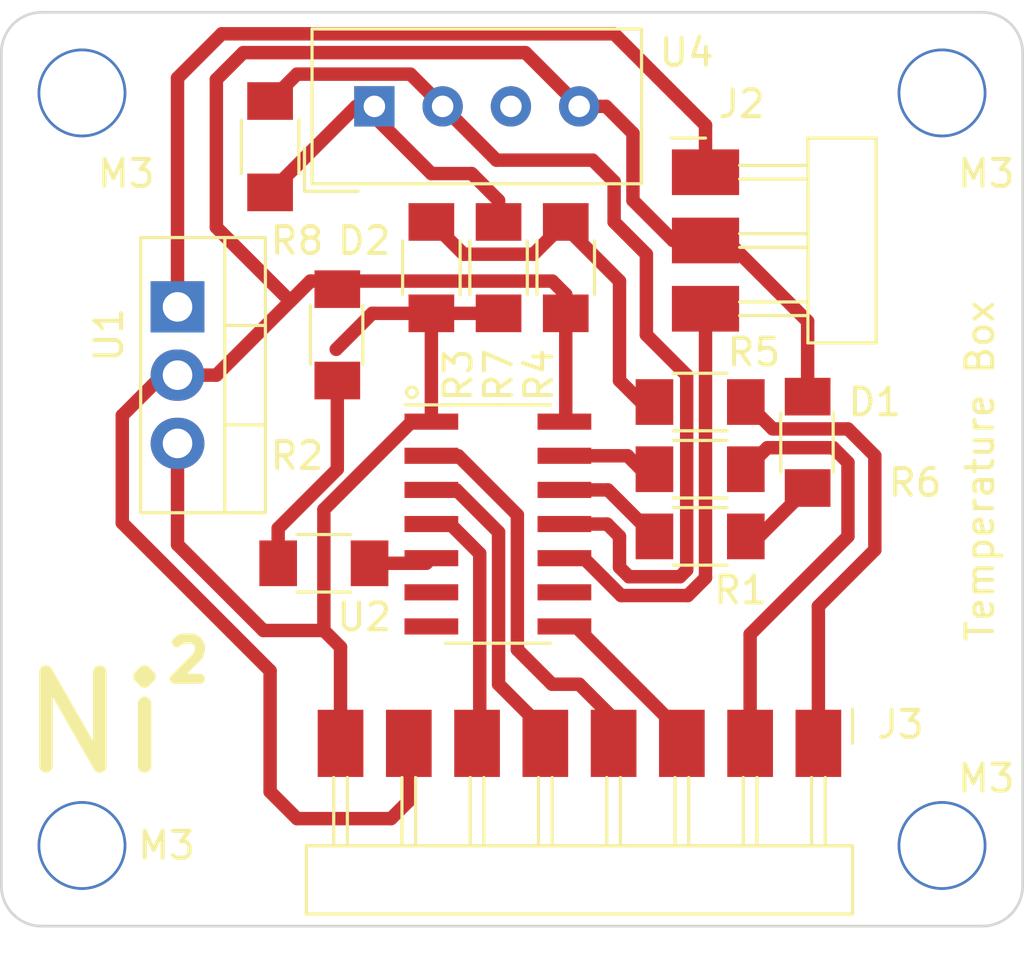
<source format=kicad_pcb>
(kicad_pcb (version 20240108) (generator "pcbnew") (generator_version "8.0")
  (layers (0 "F.Cu" signal) (31 "B.Cu" signal) (34 "B.Paste" user) (35 "F.Paste" user) (36 "B.SilkS" user "B.Silkscreen") (37 "F.SilkS" user "F.Silkscreen") (38 "B.Mask" user) (39 "F.Mask" user) (44 "Edge.Cuts" user))
  (net 0 "")
  (net 1 "Net-(J2-Pin_1)")
  (net 2 "Net-(D1-K)")
  (net 3 "Net-(J3-Pin_8)")
  (net 5 "Net-(U2-DH11{slash}PA1)")
  (net 6 "Net-(D1-A)")
  (net 7 "Net-(D2-A)")
  (net 8 "Net-(J2-Pin_3)")
  (net 9 "Net-(J3-Pin_6)")
  (net 10 "Net-(J3-Pin_1)")
  (net 11 "Net-(J3-Pin_5)")
  (net 12 "Net-(J3-Pin_4)")
  (net 13 "Net-(J3-Pin_3)")
  (net 14 "Net-(J3-Pin_2)")
  (net 15 "Net-(U2-IND1{slash}PA2)")
  (net 16 "Net-(U2-IND2{slash}PA7)")
  (net 20 "Net-(R3-Pad2)")
  (net 21 "Net-(U2-SCK{slash}PA3)")
  (net 22 "Net-(U4-VCC)")
  (footprint "fab:R_1206" (layer "F.Cu") (at 183 97.5 -90)
    (property "Reference" "R4" (at 4 1 90) (layer "F.SilkS"))
    (property "Value" "R_1206 640Ω")
    (fp_line (start 1 1.07) (end -1 1.07) (stroke (width 0.12)) (layer "F.SilkS"))
    (fp_line (start -1 -1.07) (end 1 -1.07) (stroke (width 0.12)) (layer "F.SilkS"))
    (pad "1" smd rect (at -1.7 0 270) (size 1.4 1.7) (layers "F.Cu" "F.Paste" "F.Mask") (net 20 "Net-(R3-Pad2)"))
    (pad "2" smd rect (at 1.7 0 270) (size 1.4 1.7) (layers "F.Cu" "F.Paste" "F.Mask") (net 2 "Net-(D1-K)"))
  )
  (footprint "fab:R_1206" (layer "F.Cu") (at 188 107.5 180)
    (property "Reference" "R1" (at -1.5 -2 0) (layer "F.SilkS"))
    (property "Value" "R_1206 330Ω")
    (fp_line (start 1 1.07) (end -1 1.07) (stroke (width 0.12)) (layer "F.SilkS"))
    (fp_line (start -1 -1.07) (end 1 -1.07) (stroke (width 0.12)) (layer "F.SilkS"))
    (pad "1" smd rect (at -1.7 0 180) (size 1.4 1.7) (layers "F.Cu" "F.Paste" "F.Mask") (net 6 "Net-(D1-A)"))
    (pad "2" smd rect (at 1.7 0 180) (size 1.4 1.7) (layers "F.Cu" "F.Paste" "F.Mask") (net 15 "Net-(U2-IND1{slash}PA2)"))
  )
  (footprint "fab:LED_1206" (layer "F.Cu") (at 192 104 -90)
    (property "Reference" "D1" (at -1.5 -2.5 180) (layer "F.SilkS"))
    (property "Value" "LED_1206")
    (fp_line (start -1.1 1) (end 1.1 1) (stroke (width 0.12)) (layer "F.SilkS"))
    (fp_line (start -1.1 -0.95) (end 1.1 -0.95) (stroke (width 0.12)) (layer "F.SilkS"))
    (pad "1" smd rect (at -1.7 0 270) (size 1.4 1.7) (layers "F.Cu" "F.Paste" "F.Mask") (net 2 "Net-(D1-K)"))
    (pad "2" smd rect (at 1.7 0 270) (size 1.4 1.7) (layers "F.Cu" "F.Paste" "F.Mask") (net 6 "Net-(D1-A)"))
  )
  (footprint "fab:MountingHole_M3" (layer "F.Cu") (at 197 119)
    (property "Reference" "H3" (hide yes))
    (property "Value" "~" (hide yes))
    (fp_text user "M3" (at 0.5 -2.5 0) (layer "F.SilkS") (effects (font (thickness 0.15) (bold yes)) (justify left)))
    (pad "" thru_hole circle (at 0 0) (size 3.3 3.3) (drill 3.1) (layers "*.Cu" "*.Mask"))
  )
  (footprint "fab:R_1206" (layer "F.Cu") (at 188 105)
    (property "Reference" "R6" (at 8 0.5 180) (layer "F.SilkS"))
    (property "Value" "R_1206 0Ω")
    (fp_line (start -1 -1.07) (end 1 -1.07) (stroke (width 0.12)) (layer "F.SilkS"))
    (fp_line (start 1 1.07) (end -1 1.07) (stroke (width 0.12)) (layer "F.SilkS"))
    (pad "1" smd rect (at -1.7 0) (size 1.4 1.7) (layers "F.Cu" "F.Paste" "F.Mask") (net 21 "Net-(U2-SCK{slash}PA3)"))
    (pad "2" smd rect (at 1.7 0) (size 1.4 1.7) (layers "F.Cu" "F.Paste" "F.Mask") (net 14 "Net-(J3-Pin_2)"))
  )
  (footprint "fab:LED_1206" (layer "F.Cu") (at 174.5 100 -90)
    (property "Reference" "D2" (at -3.5 -1 180) (layer "F.SilkS"))
    (property "Value" "LED_1206")
    (fp_line (start -1.1 1) (end 1.1 1) (stroke (width 0.12)) (layer "F.SilkS"))
    (fp_line (start -1.1 -0.95) (end 1.1 -0.95) (stroke (width 0.12)) (layer "F.SilkS"))
    (pad "1" smd rect (at -1.7 0 270) (size 1.4 1.7) (layers "F.Cu" "F.Paste" "F.Mask") (net 2 "Net-(D1-K)"))
    (pad "2" smd rect (at 1.7 0 270) (size 1.4 1.7) (layers "F.Cu" "F.Paste" "F.Mask") (net 7 "Net-(D2-A)"))
  )
  (footprint "fab:R_1206" (layer "F.Cu") (at 172 93 90)
    (property "Reference" "R8" (at -3.5 1 180) (layer "F.SilkS"))
    (property "Value" "R_1206 4.7kΩ")
    (fp_line (start -1 -1.07) (end 1 -1.07) (stroke (width 0.12)) (layer "F.SilkS"))
    (fp_line (start 1 1.07) (end -1 1.07) (stroke (width 0.12)) (layer "F.SilkS"))
    (pad "1" smd rect (at -1.7 0 90) (size 1.4 1.7) (layers "F.Cu" "F.Paste" "F.Mask") (net 22 "Net-(U4-VCC)"))
    (pad "2" smd rect (at 1.7 0 90) (size 1.4 1.7) (layers "F.Cu" "F.Paste" "F.Mask") (net 5 "Net-(U2-DH11{slash}PA1)"))
  )
  (footprint "fab:R_1206" (layer "F.Cu") (at 180.5 97.5 -90)
    (property "Reference" "R7" (at 4 0 -90) (layer "F.SilkS"))
    (property "Value" "R_1206 0Ω")
    (fp_line (start 1 1.07) (end -1 1.07) (stroke (width 0.12)) (layer "F.SilkS"))
    (fp_line (start -1 -1.07) (end 1 -1.07) (stroke (width 0.12)) (layer "F.SilkS"))
    (pad "1" smd rect (at -1.7 0 270) (size 1.4 1.7) (layers "F.Cu" "F.Paste" "F.Mask") (net 22 "Net-(U4-VCC)"))
    (pad "2" smd rect (at 1.7 0 270) (size 1.4 1.7) (layers "F.Cu" "F.Paste" "F.Mask") (net 3 "Net-(J3-Pin_8)"))
  )
  (footprint "fab:PinHeader_1x08_P2.54mm_Horizontal_SMD" (layer "F.Cu") (at 192.4 115.2 -90)
    (property "Reference" "J3" (at -0.7 -2.1 180) (layer "F.SilkS") (effects (justify left)))
    (property "Value" "1x8 Male Horizontal")
    (fp_line (start 3.81 19.05) (end 3.81 -1.27) (stroke (width 0.12)) (layer "F.SilkS"))
    (fp_line (start 6.35 19.05) (end 3.81 19.05) (stroke (width 0.12)) (layer "F.SilkS"))
    (fp_line (start 3.81 18.034) (end 1.27 18.034) (stroke (width 0.12)) (layer "F.SilkS"))
    (fp_line (start 3.81 17.526) (end 1.27 17.526) (stroke (width 0.12)) (layer "F.SilkS"))
    (fp_line (start 3.81 15.494) (end 1.27 15.494) (stroke (width 0.12)) (layer "F.SilkS"))
    (fp_line (start 3.81 14.986) (end 1.27 14.986) (stroke (width 0.12)) (layer "F.SilkS"))
    (fp_line (start 3.81 12.954) (end 1.27 12.954) (stroke (width 0.12)) (layer "F.SilkS"))
    (fp_line (start 3.81 12.446) (end 1.27 12.446) (stroke (width 0.12)) (layer "F.SilkS"))
    (fp_line (start 3.81 10.414) (end 1.27 10.414) (stroke (width 0.12)) (layer "F.SilkS"))
    (fp_line (start 3.81 9.906) (end 1.27 9.906) (stroke (width 0.12)) (layer "F.SilkS"))
    (fp_line (start 3.81 7.874) (end 1.27 7.874) (stroke (width 0.12)) (layer "F.SilkS"))
    (fp_line (start 3.81 7.366) (end 1.27 7.366) (stroke (width 0.12)) (layer "F.SilkS"))
    (fp_line (start 3.81 5.334) (end 1.27 5.334) (stroke (width 0.12)) (layer "F.SilkS"))
    (fp_line (start 3.81 4.826) (end 1.27 4.826) (stroke (width 0.12)) (layer "F.SilkS"))
    (fp_line (start 3.81 2.794) (end 1.27 2.794) (stroke (width 0.12)) (layer "F.SilkS"))
    (fp_line (start 3.81 2.286) (end 1.27 2.286) (stroke (width 0.12)) (layer "F.SilkS"))
    (fp_line (start 3.81 0.254) (end 1.27 0.254) (stroke (width 0.12)) (layer "F.SilkS"))
    (fp_line (start 3.81 -0.254) (end 1.27 -0.254) (stroke (width 0.12)) (layer "F.SilkS"))
    (fp_line (start -1.27 -1.27) (end 0 -1.27) (stroke (width 0.12)) (layer "F.SilkS"))
    (fp_line (start 3.81 -1.27) (end 6.35 -1.27) (stroke (width 0.12)) (layer "F.SilkS"))
    (fp_line (start 6.35 -1.27) (end 6.35 19.05) (stroke (width 0.12)) (layer "F.SilkS"))
    (pad "1" smd rect (at 0 0 270) (size 2.5 1.7) (layers "F.Cu" "F.Paste" "F.Mask") (net 10 "Net-(J3-Pin_1)"))
    (pad "2" smd rect (at 0 2.54 270) (size 2.5 1.7) (layers "F.Cu" "F.Paste" "F.Mask") (net 14 "Net-(J3-Pin_2)"))
    (pad "3" smd rect (at 0 5.08 270) (size 2.5 1.7) (layers "F.Cu" "F.Paste" "F.Mask") (net 13 "Net-(J3-Pin_3)"))
    (pad "4" smd rect (at 0 7.62 270) (size 2.5 1.7) (layers "F.Cu" "F.Paste" "F.Mask") (net 12 "Net-(J3-Pin_4)"))
    (pad "5" smd rect (at 0 10.16 270) (size 2.5 1.7) (layers "F.Cu" "F.Paste" "F.Mask") (net 11 "Net-(J3-Pin_5)"))
    (pad "6" smd rect (at 0 12.7 270) (size 2.5 1.7) (layers "F.Cu" "F.Paste" "F.Mask") (net 9 "Net-(J3-Pin_6)"))
    (pad "7" smd rect (at 0 15.24 270) (size 2.5 1.7) (layers "F.Cu" "F.Paste" "F.Mask") (net 2 "Net-(D1-K)"))
    (pad "8" smd rect (at 0 17.78 270) (size 2.5 1.7) (layers "F.Cu" "F.Paste" "F.Mask") (net 3 "Net-(J3-Pin_8)"))
  )
  (footprint "fab:PinHeader_1x03_P2.54mm_Horizontal_SMD" (layer "F.Cu") (at 188.2 93.95)
    (property "Reference" "J2" (at 2.3 -2.54 0) (layer "F.SilkS") (effects (justify right)))
    (property "Value" "1x3 Male Horizontal")
    (fp_line (start -1.27 -1.27) (end 0 -1.27) (stroke (width 0.12)) (layer "F.SilkS"))
    (fp_line (start 3.81 -1.27) (end 6.35 -1.27) (stroke (width 0.12)) (layer "F.SilkS"))
    (fp_line (start 3.81 -0.254) (end 1.27 -0.254) (stroke (width 0.12)) (layer "F.SilkS"))
    (fp_line (start 3.81 0.254) (end 1.27 0.254) (stroke (width 0.12)) (layer "F.SilkS"))
    (fp_line (start 3.81 2.286) (end 1.27 2.286) (stroke (width 0.12)) (layer "F.SilkS"))
    (fp_line (start 3.81 2.794) (end 1.27 2.794) (stroke (width 0.12)) (layer "F.SilkS"))
    (fp_line (start 3.81 4.826) (end 1.27 4.826) (stroke (width 0.12)) (layer "F.SilkS"))
    (fp_line (start 3.81 5.334) (end 1.27 5.334) (stroke (width 0.12)) (layer "F.SilkS"))
    (fp_line (start 3.81 6.35) (end 3.81 -1.27) (stroke (width 0.12)) (layer "F.SilkS"))
    (fp_line (start 6.35 -1.27) (end 6.35 6.35) (stroke (width 0.12)) (layer "F.SilkS"))
    (fp_line (start 6.35 6.35) (end 3.81 6.35) (stroke (width 0.12)) (layer "F.SilkS"))
    (pad "1" smd rect (at 0 0) (size 2.5 1.7) (layers "F.Cu" "F.Paste" "F.Mask") (net 1 "Net-(J2-Pin_1)"))
    (pad "2" smd rect (at 0 2.54) (size 2.5 1.7) (layers "F.Cu" "F.Paste" "F.Mask") (net 2 "Net-(D1-K)"))
    (pad "3" smd rect (at 0 5.08) (size 2.5 1.7) (layers "F.Cu" "F.Paste" "F.Mask") (net 8 "Net-(J2-Pin_3)"))
  )
  (footprint "fab:SOIC-14_3.9x8.7mm_P1.27mm" (layer "F.Cu") (at 180.475 107.04)
    (property "Reference" "U2" (at -4.975 3.46 0) (layer "F.SilkS"))
    (property "Value" "Microcontroller_ATtiny1614-SSFR")
    (fp_line (start 0 -4.435) (end -3.45 -4.435) (stroke (width 0.12)) (layer "F.SilkS"))
    (fp_line (start 0 -4.435) (end 1.95 -4.435) (stroke (width 0.12)) (layer "F.SilkS"))
    (fp_line (start 0 4.435) (end -1.95 4.435) (stroke (width 0.12)) (layer "F.SilkS"))
    (fp_line (start 0 4.435) (end 1.95 4.435) (stroke (width 0.12)) (layer "F.SilkS"))
    (fp_circle (center -3.2 -4.9) (end -3.2 -4.7) (stroke (width 0.12)) (fill none) (layer "F.SilkS"))
    (pad "1" smd rect (at -2.475 -3.81) (size 2 0.6) (layers "F.Cu" "F.Paste" "F.Mask") (net 3 "Net-(J3-Pin_8)"))
    (pad "2" smd rect (at -2.475 -2.54) (size 2 0.6) (layers "F.Cu" "F.Paste" "F.Mask") (net 12 "Net-(J3-Pin_4)"))
    (pad "3" smd rect (at -2.475 -1.27) (size 2 0.6) (layers "F.Cu" "F.Paste" "F.Mask") (net 11 "Net-(J3-Pin_5)"))
    (pad "4" smd rect (at -2.475 0) (size 2 0.6) (layers "F.Cu" "F.Paste" "F.Mask") (net 9 "Net-(J3-Pin_6)"))
    (pad "5" smd rect (at -2.475 1.27) (size 2 0.6) (layers "F.Cu" "F.Paste" "F.Mask") (net 16 "Net-(U2-IND2{slash}PA7)"))
    (pad "6" smd rect (at -2.475 2.54) (size 2 0.6) (layers "F.Cu" "F.Paste" "F.Mask"))
    (pad "7" smd rect (at -2.475 3.81) (size 2 0.6) (layers "F.Cu" "F.Paste" "F.Mask"))
    (pad "8" smd rect (at 2.475 3.81) (size 2 0.6) (layers "F.Cu" "F.Paste" "F.Mask") (net 13 "Net-(J3-Pin_3)"))
    (pad "9" smd rect (at 2.475 2.54) (size 2 0.6) (layers "F.Cu" "F.Paste" "F.Mask"))
    (pad "10" smd rect (at 2.475 1.27) (size 2 0.6) (layers "F.Cu" "F.Paste" "F.Mask") (net 8 "Net-(J2-Pin_3)"))
    (pad "11" smd rect (at 2.475 0) (size 2 0.6) (layers "F.Cu" "F.Paste" "F.Mask") (net 5 "Net-(U2-DH11{slash}PA1)"))
    (pad "12" smd rect (at 2.475 -1.27) (size 2 0.6) (layers "F.Cu" "F.Paste" "F.Mask") (net 15 "Net-(U2-IND1{slash}PA2)"))
    (pad "13" smd rect (at 2.475 -2.54) (size 2 0.6) (layers "F.Cu" "F.Paste" "F.Mask") (net 21 "Net-(U2-SCK{slash}PA3)"))
    (pad "14" smd rect (at 2.475 -3.81) (size 2 0.6) (layers "F.Cu" "F.Paste" "F.Mask") (net 2 "Net-(D1-K)"))
  )
  (footprint "Package_TO_SOT_THT:TO-220-3_Vertical" (layer "F.Cu") (at 168.555 98.96 -90)
    (property "Reference" "U1" (at 1.04 2.555 90) (layer "F.SilkS"))
    (property "Value" "L7805")
    (fp_line (start -2.58 1.371) (end 7.66 1.371) (stroke (width 0.12)) (layer "F.SilkS"))
    (fp_line (start -2.58 -1.76) (end 7.66 -1.76) (stroke (width 0.12)) (layer "F.SilkS"))
    (fp_line (start -2.58 -3.27) (end -2.58 1.371) (stroke (width 0.12)) (layer "F.SilkS"))
    (fp_line (start -2.58 -3.27) (end 7.66 -3.27) (stroke (width 0.12)) (layer "F.SilkS"))
    (fp_line (start 0.69 -3.27) (end 0.69 -1.76) (stroke (width 0.12)) (layer "F.SilkS"))
    (fp_line (start 4.391 -3.27) (end 4.391 -1.76) (stroke (width 0.12)) (layer "F.SilkS"))
    (fp_line (start 7.66 -3.27) (end 7.66 1.371) (stroke (width 0.12)) (layer "F.SilkS"))
    (pad "1" thru_hole rect (at 0 0 270) (size 1.905 2) (drill 1.1) (layers "*.Cu" "*.Mask") (net 1 "Net-(J2-Pin_1)"))
    (pad "2" thru_hole oval (at 2.54 0 270) (size 1.905 2) (drill 1.1) (layers "*.Cu" "*.Mask") (net 2 "Net-(D1-K)"))
    (pad "3" thru_hole oval (at 5.08 0 270) (size 1.905 2) (drill 1.1) (layers "*.Cu" "*.Mask") (net 3 "Net-(J3-Pin_8)"))
  )
  (footprint "fab:R_1206" (layer "F.Cu") (at 178 97.5 90)
    (property "Reference" "R3" (at -4 1 90) (layer "F.SilkS"))
    (property "Value" "R_1206 330Ω")
    (fp_line (start -1 -1.07) (end 1 -1.07) (stroke (width 0.12)) (layer "F.SilkS"))
    (fp_line (start 1 1.07) (end -1 1.07) (stroke (width 0.12)) (layer "F.SilkS"))
    (pad "1" smd rect (at -1.7 0 90) (size 1.4 1.7) (layers "F.Cu" "F.Paste" "F.Mask") (net 3 "Net-(J3-Pin_8)"))
    (pad "2" smd rect (at 1.7 0 90) (size 1.4 1.7) (layers "F.Cu" "F.Paste" "F.Mask") (net 20 "Net-(R3-Pad2)"))
  )
  (footprint "fab:MountingHole_M3" (layer "F.Cu") (at 197 91)
    (property "Reference" "H2" (hide yes))
    (property "Value" "~" (hide yes))
    (fp_text user "M3" (at 0.5 3 0) (layer "F.SilkS") (effects (font (thickness 0.15) (bold yes)) (justify left)))
    (pad "" thru_hole circle (at 0 0) (size 3.3 3.3) (drill 3.1) (layers "*.Cu" "*.Mask"))
  )
  (footprint "Sensor:Aosong_DHT11_5.5x12.0_P2.54mm" (layer "F.Cu") (at 175.88 91.5 90)
    (property "Reference" "U4" (at 2 11.62 180) (layer "F.SilkS"))
    (property "Value" "DHT11")
    (fp_line (start -3.16 -2.6) (end -1.55 -2.6) (stroke (width 0.12)) (layer "F.SilkS"))
    (fp_line (start -3.16 -2.6) (end -3.16 -0.6) (stroke (width 0.12)) (layer "F.SilkS"))
    (fp_line (start 2.88 -2.32) (end 2.88 9.94) (stroke (width 0.12)) (layer "F.SilkS"))
    (fp_line (start -2.87 -2.32) (end 2.87 -2.32) (stroke (width 0.12)) (layer "F.SilkS"))
    (fp_line (start 2.88 9.94) (end -2.88 9.94) (stroke (width 0.12)) (layer "F.SilkS"))
    (fp_line (start -2.88 9.94) (end -2.88 -2.31) (stroke (width 0.12)) (layer "F.SilkS"))
    (pad "1" thru_hole rect (at 0 0 90) (size 1.5 1.5) (drill 0.8) (layers "*.Cu" "*.Mask") (net 22 "Net-(U4-VCC)"))
    (pad "2" thru_hole circle (at 0 2.54 90) (size 1.5 1.5) (drill 0.8) (layers "*.Cu" "*.Mask") (net 5 "Net-(U2-DH11{slash}PA1)"))
    (pad "3" thru_hole circle (at 0 5.08 90) (size 1.5 1.5) (drill 0.8) (layers "*.Cu" "*.Mask"))
    (pad "4" thru_hole circle (at 0 7.62 90) (size 1.5 1.5) (drill 0.8) (layers "*.Cu" "*.Mask") (net 2 "Net-(D1-K)"))
  )
  (footprint "fab:MountingHole_M3" (layer "F.Cu") (at 165 91)
    (property "Reference" "H1" (hide yes))
    (property "Value" "~" (hide yes))
    (fp_text user "M3" (at 0.5 3 0) (layer "F.SilkS") (effects (font (thickness 0.15) (bold yes)) (justify left)))
    (pad "" thru_hole circle (at 0 0) (size 3.3 3.3) (drill 3.1) (layers "*.Cu" "*.Mask"))
  )
  (footprint "fab:R_1206" (layer "F.Cu") (at 174 108.5)
    (property "Reference" "R2" (at -1 -4 0) (layer "F.SilkS"))
    (property "Value" "R_1206 330Ω")
    (fp_line (start -1 -1.07) (end 1 -1.07) (stroke (width 0.12)) (layer "F.SilkS"))
    (fp_line (start 1 1.07) (end -1 1.07) (stroke (width 0.12)) (layer "F.SilkS"))
    (pad "1" smd rect (at -1.7 0) (size 1.4 1.7) (layers "F.Cu" "F.Paste" "F.Mask") (net 7 "Net-(D2-A)"))
    (pad "2" smd rect (at 1.7 0) (size 1.4 1.7) (layers "F.Cu" "F.Paste" "F.Mask") (net 16 "Net-(U2-IND2{slash}PA7)"))
  )
  (footprint "fab:MountingHole_M3" (layer "F.Cu") (at 165 119)
    (property "Reference" "H4" (hide yes))
    (property "Value" "~" (hide yes))
    (fp_text user "M3" (at 2 0 0) (layer "F.SilkS") (effects (font (thickness 0.15) (bold yes)) (justify left)))
    (pad "" thru_hole circle (at 0 0) (size 3.3 3.3) (drill 3.1) (layers "*.Cu" "*.Mask"))
  )
  (footprint "fab:R_1206" (layer "F.Cu") (at 188 102.5)
    (property "Reference" "R5" (at 2 -1.85 0) (layer "F.SilkS"))
    (property "Value" "R_1206 0Ω")
    (fp_line (start -1 -1.07) (end 1 -1.07) (stroke (width 0.12)) (layer "F.SilkS"))
    (fp_line (start 1 1.07) (end -1 1.07) (stroke (width 0.12)) (layer "F.SilkS"))
    (pad "1" smd rect (at -1.7 0) (size 1.4 1.7) (layers "F.Cu" "F.Paste" "F.Mask") (net 20 "Net-(R3-Pad2)"))
    (pad "2" smd rect (at 1.7 0) (size 1.4 1.7) (layers "F.Cu" "F.Paste" "F.Mask") (net 10 "Net-(J3-Pin_1)"))
  )
  (gr_line (start 200 89.5) (end 200 120.5) (stroke (width 0.1)) (layer "Edge.Cuts"))
  (gr_line (start 162 120.5) (end 162 89.5) (stroke (width 0.1)) (layer "Edge.Cuts"))
  (gr_line (start 163.5 88) (end 198.5 88) (stroke (width 0.1)) (layer "Edge.Cuts"))
  (gr_arc (start 200 120.5) (mid 199.56066 121.56066) (end 198.5 122) (stroke (width 0.1)) (layer "Edge.Cuts"))
  (gr_line (start 198.5 122) (end 163.5 122) (stroke (width 0.1)) (layer "Edge.Cuts"))
  (gr_arc (start 198.5 88) (mid 199.56066 88.43934) (end 200 89.5) (stroke (width 0.1)) (layer "Edge.Cuts"))
  (gr_arc (start 162 89.5) (mid 162.43934 88.43934) (end 163.5 88) (stroke (width 0.1)) (layer "Edge.Cuts"))
  (gr_arc (start 163.5 122) (mid 162.43934 121.56066) (end 162 120.5) (stroke (width 0.1)) (layer "Edge.Cuts"))
  (gr_text "Temperature Box" (at 199 111.5 90) (layer "F.SilkS") (effects (font (size 1 1)) (justify left bottom)))
  (gr_text "2" (at 168 113 0) (layer "F.SilkS") (effects (font (size 1.5 1.5) (thickness 0.375)) (justify left bottom)))
  (gr_text "Ni" (at 162.5 116.5 0) (layer "F.SilkS") (effects (font (size 3.5 3.5) (thickness 0.5)) (justify left bottom)))
  (segment (start 184.8 88.8) (end 170.2 88.8) (width 0.5) (layer "F.Cu") (net 1))
  (segment (start 188.2 92.2) (end 184.8 88.8) (width 0.5) (layer "F.Cu") (net 1))
  (segment (start 170.2 88.8) (end 168.555 90.445) (width 0.5) (layer "F.Cu") (net 1))
  (segment (start 168.555 90.445) (end 168.555 98.96) (width 0.5) (layer "F.Cu") (net 1))
  (segment (start 188.2 93.95) (end 188.2 92.2) (width 0.5) (layer "F.Cu") (net 1))
  (segment (start 184.5 91.5) (end 183.5 91.5) (width 0.5) (layer "F.Cu") (net 2))
  (segment (start 172.75 98.75) (end 173.5 98) (width 0.5) (layer "F.Cu") (net 2))
  (segment (start 177.16 117.34) (end 176.5 118) (width 0.5) (layer "F.Cu") (net 2))
  (segment (start 185.5 95) (end 185.5 92.5) (width 0.5) (layer "F.Cu") (net 2))
  (segment (start 174.5 98.3) (end 174.8 98) (width 0.5) (layer "F.Cu") (net 2))
  (segment (start 183 99.2) (end 183 103.18) (width 0.5) (layer "F.Cu") (net 2))
  (segment (start 185.5 92.5) (end 184.5 91.5) (width 0.5) (layer "F.Cu") (net 2))
  (segment (start 174.2 98) (end 174.5 98.3) (width 0.5) (layer "F.Cu") (net 2))
  (segment (start 188.99 96.49) (end 188.2 96.49) (width 0.5) (layer "F.Cu") (net 2))
  (segment (start 173.5 98) (end 174.2 98) (width 0.5) (layer "F.Cu") (net 2))
  (segment (start 173 118) (end 172 117) (width 0.5) (layer "F.Cu") (net 2))
  (segment (start 172 112.5) (end 166.5 107) (width 0.5) (layer "F.Cu") (net 2))
  (segment (start 182.5 98) (end 183 98.5) (width 0.5) (layer "F.Cu") (net 2))
  (segment (start 192 102.3) (end 192 99.5) (width 0.5) (layer "F.Cu") (net 2))
  (segment (start 168.555 101.5) (end 170 101.5) (width 0.5) (layer "F.Cu") (net 2))
  (segment (start 192 99.5) (end 188.99 96.49) (width 0.5) (layer "F.Cu") (net 2))
  (segment (start 183 98.5) (end 183 99.2) (width 0.5) (layer "F.Cu") (net 2))
  (segment (start 166.5 103) (end 168 101.5) (width 0.5) (layer "F.Cu") (net 2))
  (segment (start 188.2 96.49) (end 186.99 96.49) (width 0.5) (layer "F.Cu") (net 2))
  (segment (start 168 101.5) (end 168.555 101.5) (width 0.5) (layer "F.Cu") (net 2))
  (segment (start 174.8 98) (end 182.5 98) (width 0.5) (layer "F.Cu") (net 2))
  (segment (start 170 101.5) (end 173.5 98) (width 0.5) (layer "F.Cu") (net 2))
  (segment (start 176.5 118) (end 173 118) (width 0.5) (layer "F.Cu") (net 2))
  (segment (start 170 90.5) (end 170 96) (width 0.5) (layer "F.Cu") (net 2))
  (segment (start 183 103.18) (end 182.95 103.23) (width 0.5) (layer "F.Cu") (net 2))
  (segment (start 177.16 115.2) (end 177.16 117.34) (width 0.5) (layer "F.Cu") (net 2))
  (segment (start 183.5 91.5) (end 181.5 89.5) (width 0.5) (layer "F.Cu") (net 2))
  (segment (start 171 89.5) (end 170 90.5) (width 0.5) (layer "F.Cu") (net 2))
  (segment (start 181.5 89.5) (end 171 89.5) (width 0.5) (layer "F.Cu") (net 2))
  (segment (start 170 96) (end 172.75 98.75) (width 0.5) (layer "F.Cu") (net 2))
  (segment (start 186.99 96.49) (end 185.5 95) (width 0.5) (layer "F.Cu") (net 2))
  (segment (start 172 117) (end 172 112.5) (width 0.5) (layer "F.Cu") (net 2))
  (segment (start 166.5 107) (end 166.5 103) (width 0.5) (layer "F.Cu") (net 2))
  (segment (start 180.5 99.2) (end 178 99.2) (width 0.5) (layer "F.Cu") (net 3))
  (segment (start 171.75 111) (end 168.555 107.805) (width 0.5) (layer "F.Cu") (net 3))
  (segment (start 174.62 111.62) (end 174 111) (width 0.5) (layer "F.Cu") (net 3))
  (segment (start 178 99.2) (end 178 103.23) (width 0.5) (layer "F.Cu") (net 3))
  (segment (start 168.555 107.805) (end 168.555 104.04) (width 0.5) (layer "F.Cu") (net 3))
  (segment (start 178 99.2) (end 175.8 99.2) (width 0.5) (layer "F.Cu") (net 3))
  (segment (start 177.27 103.23) (end 178 103.23) (width 0.5) (layer "F.Cu") (net 3))
  (segment (start 174 111) (end 174 106.5) (width 0.5) (layer "F.Cu") (net 3))
  (segment (start 175.8 99.2) (end 174.46 100.54) (width 0.5) (layer "F.Cu") (net 3))
  (segment (start 174 106.5) (end 177.27 103.23) (width 0.5) (layer "F.Cu") (net 3))
  (segment (start 174 111) (end 171.75 111) (width 0.5) (layer "F.Cu") (net 3))
  (segment (start 174.62 115.2) (end 174.62 111.62) (width 0.5) (layer "F.Cu") (net 3))
  (segment (start 173 90.3) (end 177.22 90.3) (width 0.5) (layer "F.Cu") (net 5))
  (segment (start 177.22 90.3) (end 178.42 91.5) (width 0.5) (layer "F.Cu") (net 5))
  (segment (start 172 91.3) (end 173 90.3) (width 0.5) (layer "F.Cu") (net 5))
  (segment (start 184.8 94.3) (end 184.8 95.8) (width 0.5) (layer "F.Cu") (net 5))
  (segment (start 187.25 109) (end 185.35 109) (width 0.5) (layer "F.Cu") (net 5))
  (segment (start 186 97) (end 186 100) (width 0.5) (layer "F.Cu") (net 5))
  (segment (start 187.5 101.5) (end 187.5 108.75) (width 0.5) (layer "F.Cu") (net 5))
  (segment (start 187.5 108.75) (end 187.25 109) (width 0.5) (layer "F.Cu") (net 5))
  (segment (start 180.42 93.5) (end 184 93.5) (width 0.5) (layer "F.Cu") (net 5))
  (segment (start 184.8 95.8) (end 186 97) (width 0.5) (layer "F.Cu") (net 5))
  (segment (start 178.42 91.5) (end 180.42 93.5) (width 0.5) (layer "F.Cu") (net 5))
  (segment (start 185 107.5) (end 184.54 107.04) (width 0.5) (layer "F.Cu") (net 5))
  (segment (start 185.35 109) (end 185 108.65) (width 0.5) (layer "F.Cu") (net 5))
  (segment (start 186 100) (end 187.5 101.5) (width 0.5) (layer "F.Cu") (net 5))
  (segment (start 184.54 107.04) (end 182.95 107.04) (width 0.5) (layer "F.Cu") (net 5))
  (segment (start 185 108.65) (end 185 107.5) (width 0.5) (layer "F.Cu") (net 5))
  (segment (start 184 93.5) (end 184.8 94.3) (width 0.5) (layer "F.Cu") (net 5))
  (segment (start 190.2 107.5) (end 192 105.7) (width 0.5) (layer "F.Cu") (net 6))
  (segment (start 189.7 107.5) (end 190.2 107.5) (width 0.5) (layer "F.Cu") (net 6))
  (segment (start 174.5 105) (end 172.3 107.2) (width 0.5) (layer "F.Cu") (net 7))
  (segment (start 174.5 101.7) (end 174.5 105) (width 0.5) (layer "F.Cu") (net 7))
  (segment (start 172.3 107.2) (end 172.3 108.5) (width 0.5) (layer "F.Cu") (net 7))
  (segment (start 182.95 108.31) (end 183.67005 108.31) (width 0.5) (layer "F.Cu") (net 8))
  (segment (start 187.539949 109.7) (end 188.2 109.039949) (width 0.5) (layer "F.Cu") (net 8))
  (segment (start 185.06005 109.7) (end 187.539949 109.7) (width 0.5) (layer "F.Cu") (net 8))
  (segment (start 183.67005 108.31) (end 185.06005 109.7) (width 0.5) (layer "F.Cu") (net 8))
  (segment (start 188.2 99.03) (end 188 99.23) (width 0.5) (layer "F.Cu") (net 8))
  (segment (start 188.2 109.039949) (end 188.2 99.03) (width 0.5) (layer "F.Cu") (net 8))
  (segment (start 179.8 108.14) (end 179.8 115.1) (width 0.5) (layer "F.Cu") (net 9))
  (segment (start 179.8 115.1) (end 179.7 115.2) (width 0.5) (layer "F.Cu") (net 9))
  (segment (start 178 107.04) (end 178.7 107.04) (width 0.5) (layer "F.Cu") (net 9))
  (segment (start 178.7 107.04) (end 179.8 108.14) (width 0.5) (layer "F.Cu") (net 9))
  (segment (start 192.4 115.2) (end 192.4 110.1) (width 0.5) (layer "F.Cu") (net 10))
  (segment (start 192.4 110.1) (end 194.5 108) (width 0.5) (layer "F.Cu") (net 10))
  (segment (start 194.5 108) (end 194.5 104.5) (width 0.5) (layer "F.Cu") (net 10))
  (segment (start 190.7 103.5) (end 189.7 102.5) (width 0.5) (layer "F.Cu") (net 10))
  (segment (start 193.5 103.5) (end 190.7 103.5) (width 0.5) (layer "F.Cu") (net 10))
  (segment (start 194.5 104.5) (end 193.5 103.5) (width 0.5) (layer "F.Cu") (net 10))
  (segment (start 180.5 107.34) (end 180.5 113) (width 0.5) (layer "F.Cu") (net 11))
  (segment (start 182.24 114.74) (end 182.24 115.2) (width 0.5) (layer "F.Cu") (net 11))
  (segment (start 180.5 113) (end 182.24 114.74) (width 0.5) (layer "F.Cu") (net 11))
  (segment (start 178.93 105.77) (end 180.5 107.34) (width 0.5) (layer "F.Cu") (net 11))
  (segment (start 178 105.77) (end 178.93 105.77) (width 0.5) (layer "F.Cu") (net 11))
  (segment (start 181.2 106.7) (end 179 104.5) (width 0.5) (layer "F.Cu") (net 12))
  (segment (start 182.49 113) (end 181.2 111.71) (width 0.5) (layer "F.Cu") (net 12))
  (segment (start 179 104.5) (end 178 104.5) (width 0.5) (layer "F.Cu") (net 12))
  (segment (start 184.78 115.2) (end 184.78 114.28) (width 0.5) (layer "F.Cu") (net 12))
  (segment (start 181.2 111.71) (end 181.2 106.7) (width 0.5) (layer "F.Cu") (net 12))
  (segment (start 183.5 113) (end 182.49 113) (width 0.5) (layer "F.Cu") (net 12))
  (segment (start 184.78 114.28) (end 183.5 113) (width 0.5) (layer "F.Cu") (net 12))
  (segment (start 187.32 115.2) (end 187.32 114.8) (width 0.5) (layer "F.Cu") (net 13))
  (segment (start 183.37 110.85) (end 182.95 110.85) (width 0.5) (layer "F.Cu") (net 13))
  (segment (start 187.32 114.8) (end 183.37 110.85) (width 0.5) (layer "F.Cu") (net 13))
  (segment (start 192.95 104.2) (end 193.5 104.75) (width 0.5) (layer "F.Cu") (net 14))
  (segment (start 190.5 104.2) (end 192.95 104.2) (width 0.5) (layer "F.Cu") (net 14))
  (segment (start 193.5 107.5) (end 189.86 111.14) (width 0.5) (layer "F.Cu") (net 14))
  (segment (start 193.5 104.75) (end 193.5 107.5) (width 0.5) (layer "F.Cu") (net 14))
  (segment (start 189.86 111.14) (end 189.86 115.2) (width 0.5) (layer "F.Cu") (net 14))
  (segment (start 189.7 105) (end 190.5 104.2) (width 0.5) (layer "F.Cu") (net 14))
  (segment (start 184.57 105.77) (end 186.3 107.5) (width 0.5) (layer "F.Cu") (net 15))
  (segment (start 182.95 105.77) (end 184.57 105.77) (width 0.5) (layer "F.Cu") (net 15))
  (segment (start 175.7 108.5) (end 177.81 108.5) (width 0.5) (layer "F.Cu") (net 16))
  (segment (start 177.81 108.5) (end 178 108.31) (width 0.5) (layer "F.Cu") (net 16))
  (segment (start 183 95.8) (end 181.8 97) (width 0.5) (layer "F.Cu") (net 20))
  (segment (start 183 95.8) (end 183 96) (width 0.5) (layer "F.Cu") (net 20))
  (segment (start 179.2 97) (end 178 95.8) (width 0.5) (layer "F.Cu") (net 20))
  (segment (start 183 96) (end 185 98) (width 0.5) (layer "F.Cu") (net 20))
  (segment (start 185 101.7) (end 185.8 102.5) (width 0.5) (layer "F.Cu") (net 20))
  (segment (start 185 98) (end 185 101.7) (width 0.5) (layer "F.Cu") (net 20))
  (segment (start 181.8 97) (end 179.2 97) (width 0.5) (layer "F.Cu") (net 20))
  (segment (start 182.95 104.5) (end 185.3 104.5) (width 0.5) (layer "F.Cu") (net 21))
  (segment (start 185.3 104.5) (end 185.8 105) (width 0.5) (layer "F.Cu") (net 21))
  (segment (start 175.88 91.88) (end 178 94) (width 0.5) (layer "F.Cu") (net 22))
  (segment (start 179.5 94) (end 180.5 95) (width 0.5) (layer "F.Cu") (net 22))
  (segment (start 175.88 91.5) (end 175.88 91.88) (width 0.5) (layer "F.Cu") (net 22))
  (segment (start 178 94) (end 179.5 94) (width 0.5) (layer "F.Cu") (net 22))
  (segment (start 180.5 95) (end 180.5 95.8) (width 0.5) (layer "F.Cu") (net 22))
  (segment (start 175.88 91.5) (end 175.2 91.5) (width 0.5) (layer "F.Cu") (net 22))
  (segment (start 175.2 91.5) (end 172 94.7) (width 0.5) (layer "F.Cu") (net 22))
)
</source>
